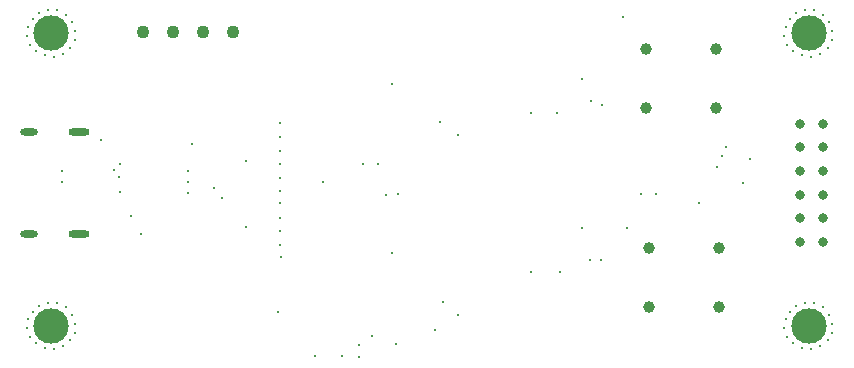
<source format=gbr>
%TF.GenerationSoftware,Altium Limited,Altium Designer,24.10.1 (45)*%
G04 Layer_Color=0*
%FSLAX45Y45*%
%MOMM*%
%TF.SameCoordinates,F50C4461-6059-43A5-BEE7-B7ABC5EDFC2B*%
%TF.FilePolarity,Positive*%
%TF.FileFunction,Plated,1,2,PTH,Drill*%
%TF.Part,Single*%
G01*
G75*
%TA.AperFunction,ComponentDrill*%
%ADD88C,0.80000*%
%ADD89C,1.10000*%
%ADD90C,3.00000*%
%ADD91C,1.00000*%
%ADD92O,1.50002X0.60000*%
%ADD93O,1.80000X0.60000*%
%TA.AperFunction,ViaDrill,NotFilled*%
%ADD94C,0.30000*%
D88*
X6669100Y1093498D02*
D03*
X6869100D02*
D03*
X6669100Y1293498D02*
D03*
X6869100D02*
D03*
X6669100Y1493498D02*
D03*
X6869100D02*
D03*
X6669100Y1693497D02*
D03*
X6869100D02*
D03*
X6669100Y1893497D02*
D03*
X6869100D02*
D03*
X6669100Y2093499D02*
D03*
X6869100D02*
D03*
D89*
X1866900Y2870200D02*
D03*
X1612900D02*
D03*
X1358900D02*
D03*
X1104900D02*
D03*
D90*
X6743700Y2857500D02*
D03*
X330200D02*
D03*
Y381000D02*
D03*
X6743700D02*
D03*
D91*
X5964187Y2726500D02*
D03*
Y2226500D02*
D03*
X5364188Y2726500D02*
D03*
Y2226500D02*
D03*
X5389613Y537400D02*
D03*
Y1037399D02*
D03*
X5989612Y537400D02*
D03*
Y1037399D02*
D03*
D92*
X145560Y1160989D02*
D03*
Y2026011D02*
D03*
D93*
X565559Y1160989D02*
D03*
Y2026011D02*
D03*
D94*
X6184900Y1587500D02*
D03*
X3581400Y342900D02*
D03*
X2247900Y495300D02*
D03*
X421919Y1690606D02*
D03*
X419100Y1600200D02*
D03*
X908976Y1641031D02*
D03*
X911103Y1749516D02*
D03*
X859924Y1698108D02*
D03*
X1981200Y1778000D02*
D03*
Y1219200D02*
D03*
X1712840Y1545830D02*
D03*
X1778000Y1460500D02*
D03*
X5321300Y1498600D02*
D03*
X4902200Y2286000D02*
D03*
X2933700Y215900D02*
D03*
X2794000Y127000D02*
D03*
X4889500Y939800D02*
D03*
X4983995Y937880D02*
D03*
X4635500Y838200D02*
D03*
X4394200D02*
D03*
X5816600Y1422400D02*
D03*
X5448300Y1498600D02*
D03*
X2565400Y127000D02*
D03*
X3251200Y228600D02*
D03*
X3048000Y292100D02*
D03*
X3644900Y584200D02*
D03*
X1486677Y1508226D02*
D03*
X1485900Y1689100D02*
D03*
Y1600200D02*
D03*
X1003300Y1308100D02*
D03*
X749300Y1955800D02*
D03*
X1524000Y1917700D02*
D03*
X2628900Y1600200D02*
D03*
X3098800Y1752600D02*
D03*
X2971800D02*
D03*
X3263900Y1498600D02*
D03*
X5175423Y2995386D02*
D03*
X5205032Y1213894D02*
D03*
X6007100Y1816100D02*
D03*
X5969000Y1727200D02*
D03*
X6248400Y1790700D02*
D03*
X6045200Y1892300D02*
D03*
X2933700Y114300D02*
D03*
X4826000Y1206500D02*
D03*
X4991100Y2247900D02*
D03*
X4610100Y2184400D02*
D03*
X4394200D02*
D03*
X3163811Y1493272D02*
D03*
X4827511Y2471172D02*
D03*
X3619500Y2108200D02*
D03*
X3218854Y2431683D02*
D03*
X3773411Y2001272D02*
D03*
X3214611Y997972D02*
D03*
X3776066Y474721D02*
D03*
X2273300Y965200D02*
D03*
X2268415Y1064881D02*
D03*
X2272111Y1181100D02*
D03*
Y1295400D02*
D03*
Y1419304D02*
D03*
Y1520904D02*
D03*
Y1635204D02*
D03*
Y1749504D02*
D03*
Y1863804D02*
D03*
Y1978104D02*
D03*
Y2097582D02*
D03*
X1092200Y1155700D02*
D03*
X914400Y1511300D02*
D03*
X6537634Y2839448D02*
D03*
X6550334Y2915648D02*
D03*
X6588434Y2979148D02*
D03*
X6639234Y3029948D02*
D03*
X6715434Y3055348D02*
D03*
X6791634D02*
D03*
X6867834Y3017248D02*
D03*
X6918634Y2953748D02*
D03*
X6944034Y2877548D02*
D03*
Y2801348D02*
D03*
X6905934Y2737848D02*
D03*
X6842434Y2687048D02*
D03*
X6766234Y2661648D02*
D03*
X6690034Y2674348D02*
D03*
X6613834Y2712448D02*
D03*
X6563034Y2763248D02*
D03*
X124134Y2839448D02*
D03*
X136834Y2915648D02*
D03*
X174934Y2979148D02*
D03*
X225734Y3029948D02*
D03*
X301934Y3055348D02*
D03*
X378134D02*
D03*
X454334Y3017248D02*
D03*
X505134Y2953748D02*
D03*
X530534Y2877548D02*
D03*
Y2801348D02*
D03*
X492434Y2737848D02*
D03*
X428934Y2687048D02*
D03*
X352734Y2661648D02*
D03*
X276534Y2674348D02*
D03*
X200334Y2712448D02*
D03*
X149534Y2763248D02*
D03*
X124134Y362948D02*
D03*
X136834Y439148D02*
D03*
X174934Y502648D02*
D03*
X225734Y553448D02*
D03*
X301934Y578848D02*
D03*
X378134D02*
D03*
X454334Y540748D02*
D03*
X505134Y477248D02*
D03*
X530534Y401048D02*
D03*
Y324848D02*
D03*
X492434Y261348D02*
D03*
X428934Y210548D02*
D03*
X352734Y185148D02*
D03*
X276534Y197848D02*
D03*
X200334Y235948D02*
D03*
X149534Y286748D02*
D03*
X6537634Y362948D02*
D03*
X6550334Y439148D02*
D03*
X6588434Y502648D02*
D03*
X6639234Y553448D02*
D03*
X6715434Y578848D02*
D03*
X6791634D02*
D03*
X6867834Y540748D02*
D03*
X6918634Y477248D02*
D03*
X6944034Y401048D02*
D03*
Y324848D02*
D03*
X6905934Y261348D02*
D03*
X6842434Y210548D02*
D03*
X6766234Y185148D02*
D03*
X6690034Y197848D02*
D03*
X6613834Y235948D02*
D03*
X6563034Y286748D02*
D03*
%TF.MD5,50774fe66664e0de7999e109c5670dbf*%
M02*

</source>
